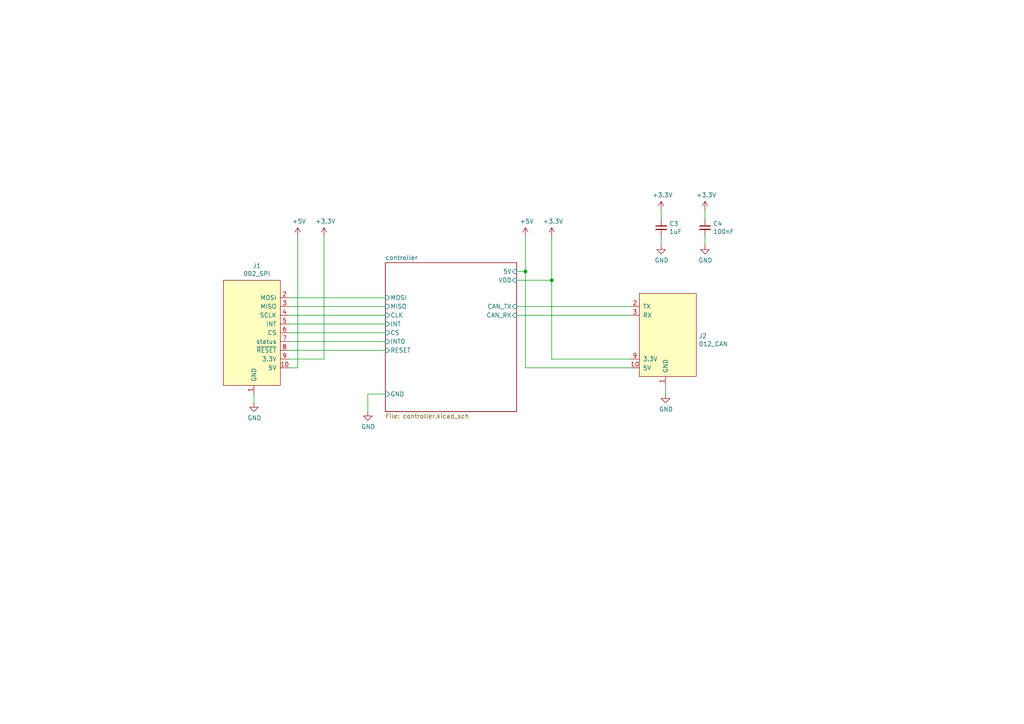
<source format=kicad_sch>
(kicad_sch (version 20230121) (generator eeschema)

  (uuid 712d6a7d-2b62-464f-b745-fd2a6b0187f6)

  (paper "A4")

  (lib_symbols
    (symbol "Device:C_Small" (pin_numbers hide) (pin_names (offset 0.254) hide) (in_bom yes) (on_board yes)
      (property "Reference" "C" (at 0.254 1.778 0)
        (effects (font (size 1.27 1.27)) (justify left))
      )
      (property "Value" "C_Small" (at 0.254 -2.032 0)
        (effects (font (size 1.27 1.27)) (justify left))
      )
      (property "Footprint" "" (at 0 0 0)
        (effects (font (size 1.27 1.27)) hide)
      )
      (property "Datasheet" "~" (at 0 0 0)
        (effects (font (size 1.27 1.27)) hide)
      )
      (property "ki_keywords" "capacitor cap" (at 0 0 0)
        (effects (font (size 1.27 1.27)) hide)
      )
      (property "ki_description" "Unpolarized capacitor, small symbol" (at 0 0 0)
        (effects (font (size 1.27 1.27)) hide)
      )
      (property "ki_fp_filters" "C_*" (at 0 0 0)
        (effects (font (size 1.27 1.27)) hide)
      )
      (symbol "C_Small_0_1"
        (polyline
          (pts
            (xy -1.524 -0.508)
            (xy 1.524 -0.508)
          )
          (stroke (width 0.3302) (type default))
          (fill (type none))
        )
        (polyline
          (pts
            (xy -1.524 0.508)
            (xy 1.524 0.508)
          )
          (stroke (width 0.3048) (type default))
          (fill (type none))
        )
      )
      (symbol "C_Small_1_1"
        (pin passive line (at 0 2.54 270) (length 2.032)
          (name "~" (effects (font (size 1.27 1.27))))
          (number "1" (effects (font (size 1.27 1.27))))
        )
        (pin passive line (at 0 -2.54 90) (length 2.032)
          (name "~" (effects (font (size 1.27 1.27))))
          (number "2" (effects (font (size 1.27 1.27))))
        )
      )
    )
    (symbol "power:+3.3V" (power) (pin_names (offset 0)) (in_bom yes) (on_board yes)
      (property "Reference" "#PWR" (at 0 -3.81 0)
        (effects (font (size 1.27 1.27)) hide)
      )
      (property "Value" "+3.3V" (at 0 3.556 0)
        (effects (font (size 1.27 1.27)))
      )
      (property "Footprint" "" (at 0 0 0)
        (effects (font (size 1.27 1.27)) hide)
      )
      (property "Datasheet" "" (at 0 0 0)
        (effects (font (size 1.27 1.27)) hide)
      )
      (property "ki_keywords" "global power" (at 0 0 0)
        (effects (font (size 1.27 1.27)) hide)
      )
      (property "ki_description" "Power symbol creates a global label with name \"+3.3V\"" (at 0 0 0)
        (effects (font (size 1.27 1.27)) hide)
      )
      (symbol "+3.3V_0_1"
        (polyline
          (pts
            (xy -0.762 1.27)
            (xy 0 2.54)
          )
          (stroke (width 0) (type default))
          (fill (type none))
        )
        (polyline
          (pts
            (xy 0 0)
            (xy 0 2.54)
          )
          (stroke (width 0) (type default))
          (fill (type none))
        )
        (polyline
          (pts
            (xy 0 2.54)
            (xy 0.762 1.27)
          )
          (stroke (width 0) (type default))
          (fill (type none))
        )
      )
      (symbol "+3.3V_1_1"
        (pin power_in line (at 0 0 90) (length 0) hide
          (name "+3.3V" (effects (font (size 1.27 1.27))))
          (number "1" (effects (font (size 1.27 1.27))))
        )
      )
    )
    (symbol "power:+5V" (power) (pin_names (offset 0)) (in_bom yes) (on_board yes)
      (property "Reference" "#PWR" (at 0 -3.81 0)
        (effects (font (size 1.27 1.27)) hide)
      )
      (property "Value" "+5V" (at 0 3.556 0)
        (effects (font (size 1.27 1.27)))
      )
      (property "Footprint" "" (at 0 0 0)
        (effects (font (size 1.27 1.27)) hide)
      )
      (property "Datasheet" "" (at 0 0 0)
        (effects (font (size 1.27 1.27)) hide)
      )
      (property "ki_keywords" "global power" (at 0 0 0)
        (effects (font (size 1.27 1.27)) hide)
      )
      (property "ki_description" "Power symbol creates a global label with name \"+5V\"" (at 0 0 0)
        (effects (font (size 1.27 1.27)) hide)
      )
      (symbol "+5V_0_1"
        (polyline
          (pts
            (xy -0.762 1.27)
            (xy 0 2.54)
          )
          (stroke (width 0) (type default))
          (fill (type none))
        )
        (polyline
          (pts
            (xy 0 0)
            (xy 0 2.54)
          )
          (stroke (width 0) (type default))
          (fill (type none))
        )
        (polyline
          (pts
            (xy 0 2.54)
            (xy 0.762 1.27)
          )
          (stroke (width 0) (type default))
          (fill (type none))
        )
      )
      (symbol "+5V_1_1"
        (pin power_in line (at 0 0 90) (length 0) hide
          (name "+5V" (effects (font (size 1.27 1.27))))
          (number "1" (effects (font (size 1.27 1.27))))
        )
      )
    )
    (symbol "power:GND" (power) (pin_names (offset 0)) (in_bom yes) (on_board yes)
      (property "Reference" "#PWR" (at 0 -6.35 0)
        (effects (font (size 1.27 1.27)) hide)
      )
      (property "Value" "GND" (at 0 -3.81 0)
        (effects (font (size 1.27 1.27)))
      )
      (property "Footprint" "" (at 0 0 0)
        (effects (font (size 1.27 1.27)) hide)
      )
      (property "Datasheet" "" (at 0 0 0)
        (effects (font (size 1.27 1.27)) hide)
      )
      (property "ki_keywords" "global power" (at 0 0 0)
        (effects (font (size 1.27 1.27)) hide)
      )
      (property "ki_description" "Power symbol creates a global label with name \"GND\" , ground" (at 0 0 0)
        (effects (font (size 1.27 1.27)) hide)
      )
      (symbol "GND_0_1"
        (polyline
          (pts
            (xy 0 0)
            (xy 0 -1.27)
            (xy 1.27 -1.27)
            (xy 0 -2.54)
            (xy -1.27 -1.27)
            (xy 0 -1.27)
          )
          (stroke (width 0) (type default))
          (fill (type none))
        )
      )
      (symbol "GND_1_1"
        (pin power_in line (at 0 0 270) (length 0) hide
          (name "GND" (effects (font (size 1.27 1.27))))
          (number "1" (effects (font (size 1.27 1.27))))
        )
      )
    )
    (symbol "put_on_edge:002_SPI" (pin_names (offset 1.016)) (in_bom yes) (on_board yes)
      (property "Reference" "J" (at -1.27 13.97 0)
        (effects (font (size 1.27 1.27)))
      )
      (property "Value" "002_SPI" (at 10.16 13.97 0)
        (effects (font (size 1.27 1.27)))
      )
      (property "Footprint" "" (at 8.89 16.51 0)
        (effects (font (size 1.27 1.27)) hide)
      )
      (property "Datasheet" "" (at 8.89 16.51 0)
        (effects (font (size 1.27 1.27)) hide)
      )
      (symbol "002_SPI_0_1"
        (rectangle (start -7.62 12.7) (end 8.89 -17.78)
          (stroke (width 0) (type default))
          (fill (type background))
        )
      )
      (symbol "002_SPI_1_1"
        (pin power_in line (at 0 -20.32 90) (length 2.54)
          (name "GND" (effects (font (size 1.27 1.27))))
          (number "1" (effects (font (size 1.27 1.27))))
        )
        (pin power_in line (at -10.16 -12.7 0) (length 2.54)
          (name "5V" (effects (font (size 1.27 1.27))))
          (number "10" (effects (font (size 1.27 1.27))))
        )
        (pin bidirectional line (at -10.16 7.62 0) (length 2.54)
          (name "MOSI" (effects (font (size 1.27 1.27))))
          (number "2" (effects (font (size 1.27 1.27))))
        )
        (pin bidirectional line (at -10.16 5.08 0) (length 2.54)
          (name "MISO" (effects (font (size 1.27 1.27))))
          (number "3" (effects (font (size 1.27 1.27))))
        )
        (pin bidirectional line (at -10.16 2.54 0) (length 2.54)
          (name "SCLK" (effects (font (size 1.27 1.27))))
          (number "4" (effects (font (size 1.27 1.27))))
        )
        (pin bidirectional line (at -10.16 0 0) (length 2.54)
          (name "INT" (effects (font (size 1.27 1.27))))
          (number "5" (effects (font (size 1.27 1.27))))
        )
        (pin bidirectional line (at -10.16 -2.54 0) (length 2.54)
          (name "CS" (effects (font (size 1.27 1.27))))
          (number "6" (effects (font (size 1.27 1.27))))
        )
        (pin bidirectional line (at -10.16 -5.08 0) (length 2.54)
          (name "status" (effects (font (size 1.27 1.27))))
          (number "7" (effects (font (size 1.27 1.27))))
        )
        (pin bidirectional line (at -10.16 -7.62 0) (length 2.54)
          (name "~{RESET}" (effects (font (size 1.27 1.27))))
          (number "8" (effects (font (size 1.27 1.27))))
        )
        (pin power_in line (at -10.16 -10.16 0) (length 2.54)
          (name "3.3V" (effects (font (size 1.27 1.27))))
          (number "9" (effects (font (size 1.27 1.27))))
        )
      )
    )
    (symbol "put_on_edge:012_CAN" (pin_names (offset 1.016)) (in_bom yes) (on_board yes)
      (property "Reference" "J" (at -1.27 12.7 0)
        (effects (font (size 1.27 1.27)))
      )
      (property "Value" "012_CAN" (at 10.16 12.7 0)
        (effects (font (size 1.27 1.27)))
      )
      (property "Footprint" "" (at 7.62 16.51 0)
        (effects (font (size 1.27 1.27)) hide)
      )
      (property "Datasheet" "" (at 7.62 16.51 0)
        (effects (font (size 1.27 1.27)) hide)
      )
      (symbol "012_CAN_0_1"
        (rectangle (start -7.62 11.43) (end 8.89 -12.7)
          (stroke (width 0) (type default))
          (fill (type background))
        )
      )
      (symbol "012_CAN_1_1"
        (pin power_in line (at 0 -15.24 90) (length 2.54)
          (name "GND" (effects (font (size 1.27 1.27))))
          (number "1" (effects (font (size 1.27 1.27))))
        )
        (pin power_in line (at -10.16 -10.16 0) (length 2.54)
          (name "5V" (effects (font (size 1.27 1.27))))
          (number "10" (effects (font (size 1.27 1.27))))
        )
        (pin bidirectional line (at -10.16 7.62 0) (length 2.54)
          (name "TX" (effects (font (size 1.27 1.27))))
          (number "2" (effects (font (size 1.27 1.27))))
        )
        (pin bidirectional line (at -10.16 5.08 0) (length 2.54)
          (name "RX" (effects (font (size 1.27 1.27))))
          (number "3" (effects (font (size 1.27 1.27))))
        )
        (pin power_in line (at -10.16 -7.62 0) (length 2.54)
          (name "3.3V" (effects (font (size 1.27 1.27))))
          (number "9" (effects (font (size 1.27 1.27))))
        )
      )
    )
  )

  (junction (at 160.02 81.28) (diameter 0) (color 0 0 0 0)
    (uuid 10109f84-4940-47f8-8640-91f185ac9bc1)
  )
  (junction (at 152.4 78.74) (diameter 0) (color 0 0 0 0)
    (uuid c022004a-c968-410e-b59e-fbab0e561e9d)
  )

  (wire (pts (xy 149.86 88.9) (xy 182.88 88.9))
    (stroke (width 0) (type default))
    (uuid 13abf99d-5265-4779-8973-e94370fd18ff)
  )
  (wire (pts (xy 204.47 60.96) (xy 204.47 63.5))
    (stroke (width 0) (type default))
    (uuid 1a1ab354-5f85-45f9-938c-9f6c4c8c3ea2)
  )
  (wire (pts (xy 191.77 60.96) (xy 191.77 63.5))
    (stroke (width 0) (type default))
    (uuid 1bf544e3-5940-4576-9291-2464e95c0ee2)
  )
  (wire (pts (xy 86.36 68.58) (xy 86.36 106.68))
    (stroke (width 0) (type default))
    (uuid 1e1b062d-fad0-427c-a622-c5b8a80b5268)
  )
  (wire (pts (xy 111.76 96.52) (xy 83.82 96.52))
    (stroke (width 0) (type default))
    (uuid 23bb2798-d93a-4696-a962-c305c4298a0c)
  )
  (wire (pts (xy 93.98 68.58) (xy 93.98 104.14))
    (stroke (width 0) (type default))
    (uuid 30f15357-ce1d-48b9-93dc-7d9b1b2aa048)
  )
  (wire (pts (xy 204.47 68.58) (xy 204.47 71.12))
    (stroke (width 0) (type default))
    (uuid 42713045-fffd-4b2d-ae1e-7232d705fb12)
  )
  (wire (pts (xy 111.76 88.9) (xy 83.82 88.9))
    (stroke (width 0) (type default))
    (uuid 46918595-4a45-48e8-84c0-961b4db7f35f)
  )
  (wire (pts (xy 152.4 106.68) (xy 182.88 106.68))
    (stroke (width 0) (type default))
    (uuid 47baf4b1-0938-497d-88f9-671136aa8be7)
  )
  (wire (pts (xy 160.02 104.14) (xy 182.88 104.14))
    (stroke (width 0) (type default))
    (uuid 55e740a3-0735-4744-896e-2bf5437093b9)
  )
  (wire (pts (xy 149.86 78.74) (xy 152.4 78.74))
    (stroke (width 0) (type default))
    (uuid 6a955fc7-39d9-4c75-9a69-676ca8c0b9b2)
  )
  (wire (pts (xy 111.76 101.6) (xy 83.82 101.6))
    (stroke (width 0) (type default))
    (uuid 6e105729-aba0-497c-a99e-c32d2b3ddb6d)
  )
  (wire (pts (xy 160.02 81.28) (xy 160.02 104.14))
    (stroke (width 0) (type default))
    (uuid 71c31975-2c45-4d18-a25a-18e07a55d11e)
  )
  (wire (pts (xy 160.02 81.28) (xy 160.02 68.58))
    (stroke (width 0) (type default))
    (uuid 746ba970-8279-4e7b-aed3-f28687777c21)
  )
  (wire (pts (xy 111.76 99.06) (xy 83.82 99.06))
    (stroke (width 0) (type default))
    (uuid 78cbdd6c-4878-4cc5-9a58-0e506478e37d)
  )
  (wire (pts (xy 93.98 104.14) (xy 83.82 104.14))
    (stroke (width 0) (type default))
    (uuid 87371631-aa02-498a-998a-09bdb74784c1)
  )
  (wire (pts (xy 111.76 93.98) (xy 83.82 93.98))
    (stroke (width 0) (type default))
    (uuid 94c158d1-8503-4553-b511-bf42f506c2a8)
  )
  (wire (pts (xy 111.76 91.44) (xy 83.82 91.44))
    (stroke (width 0) (type default))
    (uuid 9ccf03e8-755a-4cd9-96fc-30e1d08fa253)
  )
  (wire (pts (xy 106.68 119.38) (xy 106.68 114.3))
    (stroke (width 0) (type default))
    (uuid a690fc6c-55d9-47e6-b533-faa4b67e20f3)
  )
  (wire (pts (xy 149.86 91.44) (xy 182.88 91.44))
    (stroke (width 0) (type default))
    (uuid a7520ad3-0f8b-4788-92d4-8ffb277041e6)
  )
  (wire (pts (xy 111.76 86.36) (xy 83.82 86.36))
    (stroke (width 0) (type default))
    (uuid a795f1ba-cdd5-4cc5-9a52-08586e982934)
  )
  (wire (pts (xy 193.04 114.3) (xy 193.04 111.76))
    (stroke (width 0) (type default))
    (uuid b1086f75-01ba-4188-8d36-75a9e2828ca9)
  )
  (wire (pts (xy 191.77 68.58) (xy 191.77 71.12))
    (stroke (width 0) (type default))
    (uuid c0515cd2-cdaa-467e-8354-0f6eadfa35c9)
  )
  (wire (pts (xy 106.68 114.3) (xy 111.76 114.3))
    (stroke (width 0) (type default))
    (uuid c144caa5-b0d4-4cef-840a-d4ad178a2102)
  )
  (wire (pts (xy 73.66 116.84) (xy 73.66 114.3))
    (stroke (width 0) (type default))
    (uuid c70d9ef3-bfeb-47e0-a1e1-9aeba3da7864)
  )
  (wire (pts (xy 86.36 106.68) (xy 83.82 106.68))
    (stroke (width 0) (type default))
    (uuid d8603679-3e7b-4337-8dbc-1827f5f54d8a)
  )
  (wire (pts (xy 149.86 81.28) (xy 160.02 81.28))
    (stroke (width 0) (type default))
    (uuid e10b5627-3247-4c86-b9f6-ef474ca11543)
  )
  (wire (pts (xy 152.4 78.74) (xy 152.4 68.58))
    (stroke (width 0) (type default))
    (uuid e8314017-7be6-4011-9179-37449a29b311)
  )
  (wire (pts (xy 152.4 78.74) (xy 152.4 106.68))
    (stroke (width 0) (type default))
    (uuid f4f99e3d-7269-4f6a-a759-16ad2a258779)
  )

  (symbol (lib_id "put_on_edge:002_SPI") (at 73.66 93.98 0) (mirror y) (unit 1)
    (in_bom yes) (on_board yes) (dnp no)
    (uuid 00000000-0000-0000-0000-0000617eac36)
    (property "Reference" "J1" (at 74.4982 77.089 0)
      (effects (font (size 1.27 1.27)))
    )
    (property "Value" "002_SPI" (at 74.4982 79.4004 0)
      (effects (font (size 1.27 1.27)))
    )
    (property "Footprint" "on_edge:on_edge_2x05_device" (at 66.04 77.47 0)
      (effects (font (size 1.27 1.27)) hide)
    )
    (property "Datasheet" "" (at 66.04 77.47 0)
      (effects (font (size 1.27 1.27)) hide)
    )
    (pin "1" (uuid e650a1ef-49d6-461c-927c-393af2632cef))
    (pin "10" (uuid 7191ae26-09cc-4bce-bcac-88fc79a741e5))
    (pin "2" (uuid b36f4ff6-46a0-4150-af1c-46dc28f62df6))
    (pin "3" (uuid 686ca76e-8dda-4b1b-8ab3-b67af2ba4d17))
    (pin "4" (uuid 5d8898d0-524f-4fc9-9e68-966b1883c5f1))
    (pin "5" (uuid 816d9601-af08-4260-a966-ab159c080a6c))
    (pin "6" (uuid 87e00674-48bd-4b33-a20f-73f6e677a63e))
    (pin "7" (uuid 9c83344b-9459-4d12-b42b-3d55cec57c13))
    (pin "8" (uuid 27f57ab8-9d79-4c76-977a-cd2437a7f9f0))
    (pin "9" (uuid b7699dc1-fcd7-4bab-858a-39d304cad0e0))
    (instances
      (project "board"
        (path "/712d6a7d-2b62-464f-b745-fd2a6b0187f6"
          (reference "J1") (unit 1)
        )
      )
    )
  )

  (symbol (lib_id "put_on_edge:012_CAN") (at 193.04 96.52 0) (unit 1)
    (in_bom yes) (on_board yes) (dnp no)
    (uuid 00000000-0000-0000-0000-0000617ed06b)
    (property "Reference" "J2" (at 202.6412 97.4598 0)
      (effects (font (size 1.27 1.27)) (justify left))
    )
    (property "Value" "012_CAN" (at 202.6412 99.7712 0)
      (effects (font (size 1.27 1.27)) (justify left))
    )
    (property "Footprint" "on_edge:on_edge_2x05_host" (at 200.66 80.01 0)
      (effects (font (size 1.27 1.27)) hide)
    )
    (property "Datasheet" "" (at 200.66 80.01 0)
      (effects (font (size 1.27 1.27)) hide)
    )
    (pin "1" (uuid 1e0832ec-61bb-4753-a703-f800e50c87e9))
    (pin "10" (uuid abb284d1-6005-460a-b044-acdfa77fc3f5))
    (pin "2" (uuid 8c8154c7-2b7b-44e1-8694-dfe76312b3d9))
    (pin "3" (uuid e2bf3c5a-b014-4f85-8305-86de33fb2476))
    (pin "9" (uuid 02426097-2343-483f-9184-b1021f11f671))
    (instances
      (project "board"
        (path "/712d6a7d-2b62-464f-b745-fd2a6b0187f6"
          (reference "J2") (unit 1)
        )
      )
    )
  )

  (symbol (lib_id "power:GND") (at 73.66 116.84 0) (unit 1)
    (in_bom yes) (on_board yes) (dnp no)
    (uuid 00000000-0000-0000-0000-0000617ee3e4)
    (property "Reference" "#PWR0101" (at 73.66 123.19 0)
      (effects (font (size 1.27 1.27)) hide)
    )
    (property "Value" "GND" (at 73.787 121.2342 0)
      (effects (font (size 1.27 1.27)))
    )
    (property "Footprint" "" (at 73.66 116.84 0)
      (effects (font (size 1.27 1.27)) hide)
    )
    (property "Datasheet" "" (at 73.66 116.84 0)
      (effects (font (size 1.27 1.27)) hide)
    )
    (pin "1" (uuid 485f2f0b-adc4-4fd0-914c-e6cdebf32b20))
    (instances
      (project "board"
        (path "/712d6a7d-2b62-464f-b745-fd2a6b0187f6"
          (reference "#PWR0101") (unit 1)
        )
      )
    )
  )

  (symbol (lib_id "power:GND") (at 193.04 114.3 0) (unit 1)
    (in_bom yes) (on_board yes) (dnp no)
    (uuid 00000000-0000-0000-0000-0000617ee726)
    (property "Reference" "#PWR0102" (at 193.04 120.65 0)
      (effects (font (size 1.27 1.27)) hide)
    )
    (property "Value" "GND" (at 193.167 118.6942 0)
      (effects (font (size 1.27 1.27)))
    )
    (property "Footprint" "" (at 193.04 114.3 0)
      (effects (font (size 1.27 1.27)) hide)
    )
    (property "Datasheet" "" (at 193.04 114.3 0)
      (effects (font (size 1.27 1.27)) hide)
    )
    (pin "1" (uuid 258fcb41-7033-4835-9fdf-423793cb23b3))
    (instances
      (project "board"
        (path "/712d6a7d-2b62-464f-b745-fd2a6b0187f6"
          (reference "#PWR0102") (unit 1)
        )
      )
    )
  )

  (symbol (lib_id "power:+5V") (at 152.4 68.58 0) (unit 1)
    (in_bom yes) (on_board yes) (dnp no)
    (uuid 00000000-0000-0000-0000-0000617f1ae5)
    (property "Reference" "#PWR0103" (at 152.4 72.39 0)
      (effects (font (size 1.27 1.27)) hide)
    )
    (property "Value" "+5V" (at 152.781 64.1858 0)
      (effects (font (size 1.27 1.27)))
    )
    (property "Footprint" "" (at 152.4 68.58 0)
      (effects (font (size 1.27 1.27)) hide)
    )
    (property "Datasheet" "" (at 152.4 68.58 0)
      (effects (font (size 1.27 1.27)) hide)
    )
    (pin "1" (uuid 1fa150d9-4de3-4b9f-8fca-6651616614be))
    (instances
      (project "board"
        (path "/712d6a7d-2b62-464f-b745-fd2a6b0187f6"
          (reference "#PWR0103") (unit 1)
        )
      )
    )
  )

  (symbol (lib_id "power:+3.3V") (at 160.02 68.58 0) (unit 1)
    (in_bom yes) (on_board yes) (dnp no)
    (uuid 00000000-0000-0000-0000-0000617f236f)
    (property "Reference" "#PWR0104" (at 160.02 72.39 0)
      (effects (font (size 1.27 1.27)) hide)
    )
    (property "Value" "+3.3V" (at 160.401 64.1858 0)
      (effects (font (size 1.27 1.27)))
    )
    (property "Footprint" "" (at 160.02 68.58 0)
      (effects (font (size 1.27 1.27)) hide)
    )
    (property "Datasheet" "" (at 160.02 68.58 0)
      (effects (font (size 1.27 1.27)) hide)
    )
    (pin "1" (uuid 1257fa4c-2f92-4e07-b43d-826125b0853c))
    (instances
      (project "board"
        (path "/712d6a7d-2b62-464f-b745-fd2a6b0187f6"
          (reference "#PWR0104") (unit 1)
        )
      )
    )
  )

  (symbol (lib_id "power:+5V") (at 86.36 68.58 0) (unit 1)
    (in_bom yes) (on_board yes) (dnp no)
    (uuid 00000000-0000-0000-0000-0000617f3fc7)
    (property "Reference" "#PWR0105" (at 86.36 72.39 0)
      (effects (font (size 1.27 1.27)) hide)
    )
    (property "Value" "+5V" (at 86.741 64.1858 0)
      (effects (font (size 1.27 1.27)))
    )
    (property "Footprint" "" (at 86.36 68.58 0)
      (effects (font (size 1.27 1.27)) hide)
    )
    (property "Datasheet" "" (at 86.36 68.58 0)
      (effects (font (size 1.27 1.27)) hide)
    )
    (pin "1" (uuid ae923668-2cb7-47ea-99c5-b6a079045296))
    (instances
      (project "board"
        (path "/712d6a7d-2b62-464f-b745-fd2a6b0187f6"
          (reference "#PWR0105") (unit 1)
        )
      )
    )
  )

  (symbol (lib_id "power:+3.3V") (at 93.98 68.58 0) (unit 1)
    (in_bom yes) (on_board yes) (dnp no)
    (uuid 00000000-0000-0000-0000-0000617f3fcd)
    (property "Reference" "#PWR0106" (at 93.98 72.39 0)
      (effects (font (size 1.27 1.27)) hide)
    )
    (property "Value" "+3.3V" (at 94.361 64.1858 0)
      (effects (font (size 1.27 1.27)))
    )
    (property "Footprint" "" (at 93.98 68.58 0)
      (effects (font (size 1.27 1.27)) hide)
    )
    (property "Datasheet" "" (at 93.98 68.58 0)
      (effects (font (size 1.27 1.27)) hide)
    )
    (pin "1" (uuid 48eaa494-0ad3-4e7e-a203-8b82c0c90232))
    (instances
      (project "board"
        (path "/712d6a7d-2b62-464f-b745-fd2a6b0187f6"
          (reference "#PWR0106") (unit 1)
        )
      )
    )
  )

  (symbol (lib_id "power:GND") (at 106.68 119.38 0) (unit 1)
    (in_bom yes) (on_board yes) (dnp no)
    (uuid 00000000-0000-0000-0000-0000617f4ba7)
    (property "Reference" "#PWR0107" (at 106.68 125.73 0)
      (effects (font (size 1.27 1.27)) hide)
    )
    (property "Value" "GND" (at 106.807 123.7742 0)
      (effects (font (size 1.27 1.27)))
    )
    (property "Footprint" "" (at 106.68 119.38 0)
      (effects (font (size 1.27 1.27)) hide)
    )
    (property "Datasheet" "" (at 106.68 119.38 0)
      (effects (font (size 1.27 1.27)) hide)
    )
    (pin "1" (uuid 534d87c1-bf1e-4965-ad11-3e2aa081e8e8))
    (instances
      (project "board"
        (path "/712d6a7d-2b62-464f-b745-fd2a6b0187f6"
          (reference "#PWR0107") (unit 1)
        )
      )
    )
  )

  (symbol (lib_id "Device:C_Small") (at 191.77 66.04 0) (unit 1)
    (in_bom yes) (on_board yes) (dnp no)
    (uuid 00000000-0000-0000-0000-000061805a99)
    (property "Reference" "C3" (at 194.1068 64.8716 0)
      (effects (font (size 1.27 1.27)) (justify left))
    )
    (property "Value" "1uF" (at 194.1068 67.183 0)
      (effects (font (size 1.27 1.27)) (justify left))
    )
    (property "Footprint" "Capacitor_SMD:C_0603_1608Metric" (at 191.77 66.04 0)
      (effects (font (size 1.27 1.27)) hide)
    )
    (property "Datasheet" "~" (at 191.77 66.04 0)
      (effects (font (size 1.27 1.27)) hide)
    )
    (property "Voltage" "6.3V" (at 191.77 66.04 0)
      (effects (font (size 1.27 1.27)) hide)
    )
    (pin "1" (uuid e4c76785-6814-46b7-90ed-89a33aedcc92))
    (pin "2" (uuid e1287ef2-6c69-436b-b51d-a0060d989d21))
    (instances
      (project "board"
        (path "/712d6a7d-2b62-464f-b745-fd2a6b0187f6"
          (reference "C3") (unit 1)
        )
      )
    )
  )

  (symbol (lib_id "Device:C_Small") (at 204.47 66.04 0) (unit 1)
    (in_bom yes) (on_board yes) (dnp no)
    (uuid 00000000-0000-0000-0000-000061806b1a)
    (property "Reference" "C4" (at 206.8068 64.8716 0)
      (effects (font (size 1.27 1.27)) (justify left))
    )
    (property "Value" "100nF" (at 206.8068 67.183 0)
      (effects (font (size 1.27 1.27)) (justify left))
    )
    (property "Footprint" "Capacitor_SMD:C_0603_1608Metric" (at 204.47 66.04 0)
      (effects (font (size 1.27 1.27)) hide)
    )
    (property "Datasheet" "~" (at 204.47 66.04 0)
      (effects (font (size 1.27 1.27)) hide)
    )
    (property "Voltage" "6.3V" (at 204.47 66.04 0)
      (effects (font (size 1.27 1.27)) hide)
    )
    (pin "1" (uuid 122cd6ff-87b3-455d-9734-dd35dee6c1d9))
    (pin "2" (uuid cc90c745-434f-4e54-89c7-cbf24870aeb9))
    (instances
      (project "board"
        (path "/712d6a7d-2b62-464f-b745-fd2a6b0187f6"
          (reference "C4") (unit 1)
        )
      )
    )
  )

  (symbol (lib_id "power:GND") (at 191.77 71.12 0) (unit 1)
    (in_bom yes) (on_board yes) (dnp no)
    (uuid 00000000-0000-0000-0000-000061806db0)
    (property "Reference" "#PWR0108" (at 191.77 77.47 0)
      (effects (font (size 1.27 1.27)) hide)
    )
    (property "Value" "GND" (at 191.897 75.5142 0)
      (effects (font (size 1.27 1.27)))
    )
    (property "Footprint" "" (at 191.77 71.12 0)
      (effects (font (size 1.27 1.27)) hide)
    )
    (property "Datasheet" "" (at 191.77 71.12 0)
      (effects (font (size 1.27 1.27)) hide)
    )
    (pin "1" (uuid 229202cd-20dc-4eab-ac2e-7f028bc91419))
    (instances
      (project "board"
        (path "/712d6a7d-2b62-464f-b745-fd2a6b0187f6"
          (reference "#PWR0108") (unit 1)
        )
      )
    )
  )

  (symbol (lib_id "power:GND") (at 204.47 71.12 0) (unit 1)
    (in_bom yes) (on_board yes) (dnp no)
    (uuid 00000000-0000-0000-0000-00006180724b)
    (property "Reference" "#PWR0109" (at 204.47 77.47 0)
      (effects (font (size 1.27 1.27)) hide)
    )
    (property "Value" "GND" (at 204.597 75.5142 0)
      (effects (font (size 1.27 1.27)))
    )
    (property "Footprint" "" (at 204.47 71.12 0)
      (effects (font (size 1.27 1.27)) hide)
    )
    (property "Datasheet" "" (at 204.47 71.12 0)
      (effects (font (size 1.27 1.27)) hide)
    )
    (pin "1" (uuid aa150034-db8e-4e55-b98f-05afdd8af91a))
    (instances
      (project "board"
        (path "/712d6a7d-2b62-464f-b745-fd2a6b0187f6"
          (reference "#PWR0109") (unit 1)
        )
      )
    )
  )

  (symbol (lib_id "power:+3.3V") (at 191.77 60.96 0) (unit 1)
    (in_bom yes) (on_board yes) (dnp no)
    (uuid 00000000-0000-0000-0000-00006180754a)
    (property "Reference" "#PWR0110" (at 191.77 64.77 0)
      (effects (font (size 1.27 1.27)) hide)
    )
    (property "Value" "+3.3V" (at 192.151 56.5658 0)
      (effects (font (size 1.27 1.27)))
    )
    (property "Footprint" "" (at 191.77 60.96 0)
      (effects (font (size 1.27 1.27)) hide)
    )
    (property "Datasheet" "" (at 191.77 60.96 0)
      (effects (font (size 1.27 1.27)) hide)
    )
    (pin "1" (uuid 2a27ce45-9d61-48fd-991f-04c116cd65f4))
    (instances
      (project "board"
        (path "/712d6a7d-2b62-464f-b745-fd2a6b0187f6"
          (reference "#PWR0110") (unit 1)
        )
      )
    )
  )

  (symbol (lib_id "power:+3.3V") (at 204.47 60.96 0) (unit 1)
    (in_bom yes) (on_board yes) (dnp no)
    (uuid 00000000-0000-0000-0000-000061807855)
    (property "Reference" "#PWR0111" (at 204.47 64.77 0)
      (effects (font (size 1.27 1.27)) hide)
    )
    (property "Value" "+3.3V" (at 204.851 56.5658 0)
      (effects (font (size 1.27 1.27)))
    )
    (property "Footprint" "" (at 204.47 60.96 0)
      (effects (font (size 1.27 1.27)) hide)
    )
    (property "Datasheet" "" (at 204.47 60.96 0)
      (effects (font (size 1.27 1.27)) hide)
    )
    (pin "1" (uuid fa2bf2ca-bd10-466d-9e68-28cc68c7b620))
    (instances
      (project "board"
        (path "/712d6a7d-2b62-464f-b745-fd2a6b0187f6"
          (reference "#PWR0111") (unit 1)
        )
      )
    )
  )

  (sheet (at 111.76 76.2) (size 38.1 43.18) (fields_autoplaced)
    (stroke (width 0) (type solid))
    (fill (color 0 0 0 0.0000))
    (uuid 00000000-0000-0000-0000-0000617efafa)
    (property "Sheetname" "controller" (at 111.76 75.4884 0)
      (effects (font (size 1.27 1.27)) (justify left bottom))
    )
    (property "Sheetfile" "controller.kicad_sch" (at 111.76 119.9646 0)
      (effects (font (size 1.27 1.27)) (justify left top))
    )
    (pin "GND" input (at 111.76 114.3 180)
      (effects (font (size 1.27 1.27)) (justify left))
      (uuid 81bbc3ff-3938-49ac-8297-ce2bcc9a42bd)
    )
    (pin "5V" input (at 149.86 78.74 0)
      (effects (font (size 1.27 1.27)) (justify right))
      (uuid 15875808-74d5-4210-b8ca-aa8fbc04ae21)
    )
    (pin "VDD" input (at 149.86 81.28 0)
      (effects (font (size 1.27 1.27)) (justify right))
      (uuid dd00c2e1-6027-4717-b312-4fab3ee52002)
    )
    (pin "CAN_TX" input (at 149.86 88.9 0)
      (effects (font (size 1.27 1.27)) (justify right))
      (uuid 0a3cc030-c9dd-4d74-9d50-715ed2b361a2)
    )
    (pin "CAN_RX" input (at 149.86 91.44 0)
      (effects (font (size 1.27 1.27)) (justify right))
      (uuid 8322f275-268c-4e87-a69f-4cfbf05e747f)
    )
    (pin "MISO" input (at 111.76 88.9 180)
      (effects (font (size 1.27 1.27)) (justify left))
      (uuid b6270a28-e0d9-4655-a18a-03dbf007b940)
    )
    (pin "MOSI" input (at 111.76 86.36 180)
      (effects (font (size 1.27 1.27)) (justify left))
      (uuid f3490fa5-5a27-423b-af60-53609669542c)
    )
    (pin "CLK" input (at 111.76 91.44 180)
      (effects (font (size 1.27 1.27)) (justify left))
      (uuid 1860e030-7a36-4298-b7fc-a16d48ab15ba)
    )
    (pin "CS" input (at 111.76 96.52 180)
      (effects (font (size 1.27 1.27)) (justify left))
      (uuid 3dcc657b-55a1-48e0-9667-e01e7b6b08b5)
    )
    (pin "INT" input (at 111.76 93.98 180)
      (effects (font (size 1.27 1.27)) (justify left))
      (uuid 67f6e996-3c99-493c-8f6f-e739e2ed5d7a)
    )
    (pin "INT0" input (at 111.76 99.06 180)
      (effects (font (size 1.27 1.27)) (justify left))
      (uuid 32667662-ae86-4904-b198-3e95f11851bf)
    )
    (pin "RESET" input (at 111.76 101.6 180)
      (effects (font (size 1.27 1.27)) (justify left))
      (uuid 119fc315-9222-450e-9246-24f268b5e3d1)
    )
    (instances
      (project "board"
        (path "/712d6a7d-2b62-464f-b745-fd2a6b0187f6" (page "2"))
      )
    )
  )

  (sheet_instances
    (path "/" (page "1"))
  )
)

</source>
